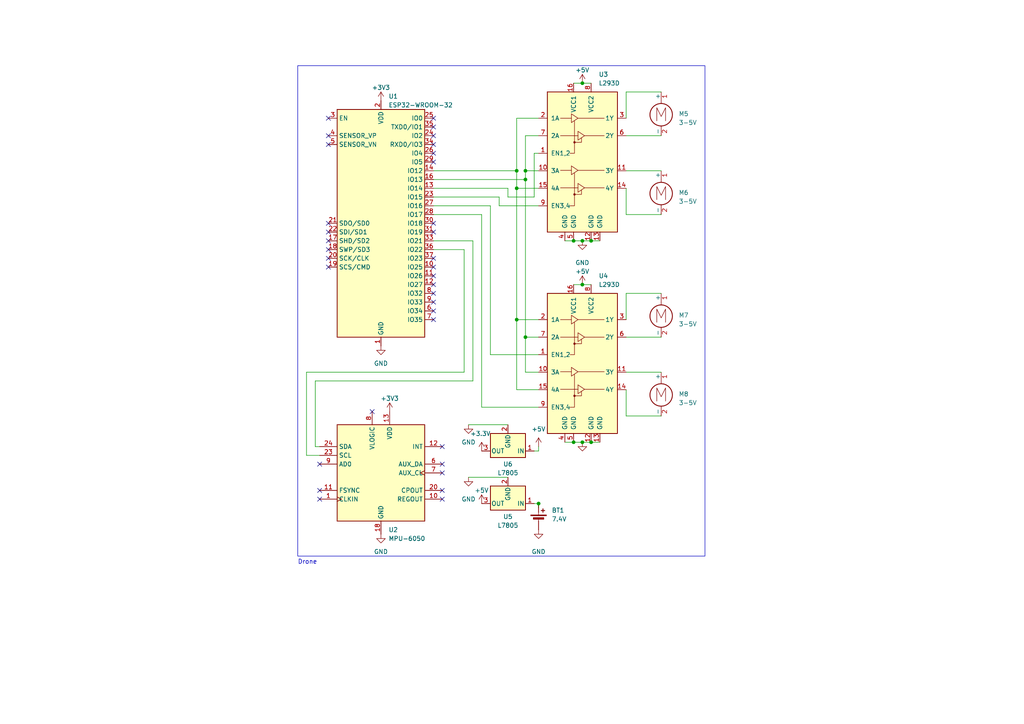
<source format=kicad_sch>
(kicad_sch (version 20230121) (generator eeschema)
  (paper "A4")
  (title_block (title "CheapCopter") (date "2023-10-20") (rev "0") (company "Filip Roček") (comment 1 "Initial drone and controller schematic"))
  (lib_symbols
    (symbol "Device:Battery_Cell" (pin_numbers hide) (pin_names (offset 0) hide)
      (property "Reference" "BT" (at 2.54 2.54 0))
      (property "Value" "Battery_Cell" (at 2.54 0 0))
      (symbol "Battery_Cell_0_1"
        (rectangle (start -2.286 1.778) (end 2.286 1.524) (fill (type outline)))
        (rectangle (start -1.524 1.016) (end 1.524 0.508) (fill (type outline)))
        (polyline (pts (xy 0 0.762) (xy 0 0)))
        (polyline (pts (xy 0 1.778) (xy 0 2.54)))
        (polyline (pts (xy 0.762 3.048) (xy 1.778 3.048)) (stroke (width 0.254)))
        (polyline (pts (xy 1.27 3.556) (xy 1.27 2.54)) (stroke (width 0.254)))
      )
      (symbol "Battery_Cell_1_1"
        (pin passive line (at 0 5.08 270) (length 2.54) (name "+") (number "1"))
        (pin passive line (at 0 -2.54 90) (length 2.54) (name "-") (number "2"))
      )
    )
    (symbol "Driver_Motor:L293D" (pin_names (offset 1.016))
      (property "Reference" "U" (at -5.08 26.035 0))
      (property "Value" "L293D" (at -5.08 24.13 0))
      (symbol "L293D_0_1"
        (rectangle (start -10.16 22.86) (end 10.16 -17.78) (stroke (width 0.254)) (fill (type background)))
        (circle (center -2.286 -6.858) (radius 0.254) (fill (type outline)))
        (circle (center -2.286 8.255) (radius 0.254) (fill (type outline)))
        (polyline (pts (xy -6.35 -4.953) (xy -1.27 -4.953)))
        (polyline (pts (xy -6.35 0.127) (xy -3.175 0.127)))
        (polyline (pts (xy -6.35 10.16) (xy -1.27 10.16)))
        (polyline (pts (xy -6.35 15.24) (xy -3.175 15.24)))
        (polyline (pts (xy -1.27 0.127) (xy 6.35 0.127)))
        (polyline (pts (xy -1.27 15.24) (xy 6.35 15.24)))
        (polyline (pts (xy 0.635 -4.953) (xy 6.35 -4.953)))
        (polyline (pts (xy 0.635 10.16) (xy 6.35 10.16)))
        (polyline (pts (xy -2.286 -6.858) (xy -0.254 -6.858) (xy -0.254 -5.588)))
        (polyline (pts (xy -2.286 -0.635) (xy -2.286 -10.16) (xy -3.556 -10.16)))
        (polyline (pts (xy -2.286 8.255) (xy -0.254 8.255) (xy -0.254 9.525)))
        (polyline (pts (xy -2.286 14.478) (xy -2.286 5.08) (xy -3.556 5.08)))
        (polyline (pts (xy -3.175 1.397) (xy -3.175 -1.143) (xy -1.27 0.127) (xy -3.175 1.397)))
        (polyline (pts (xy -3.175 16.51) (xy -3.175 13.97) (xy -1.27 15.24) (xy -3.175 16.51)))
        (polyline (pts (xy -1.27 -3.683) (xy -1.27 -6.223) (xy 0.635 -4.953) (xy -1.27 -3.683)))
        (polyline (pts (xy -1.27 11.43) (xy -1.27 8.89) (xy 0.635 10.16) (xy -1.27 11.43)))
      )
      (symbol "L293D_1_1"
        (pin input line (at -12.7 5.08 0) (length 2.54) (name "EN1,2") (number "1"))
        (pin input line (at -12.7 0 0) (length 2.54) (name "3A") (number "10"))
        (pin output line (at 12.7 0 180) (length 2.54) (name "3Y") (number "11"))
        (pin power_out line (at 2.54 -20.32 90) (length 2.54) (name "GND") (number "12"))
        (pin power_out line (at 5.08 -20.32 90) (length 2.54) (name "GND") (number "13"))
        (pin output line (at 12.7 -5.08 180) (length 2.54) (name "4Y") (number "14"))
        (pin input line (at -12.7 -5.08 0) (length 2.54) (name "4A") (number "15"))
        (pin power_in line (at -2.54 25.4 270) (length 2.54) (name "VCC1") (number "16"))
        (pin input line (at -12.7 15.24 0) (length 2.54) (name "1A") (number "2"))
        (pin output line (at 12.7 15.24 180) (length 2.54) (name "1Y") (number "3"))
        (pin power_out line (at -5.08 -20.32 90) (length 2.54) (name "GND") (number "4"))
        (pin power_out line (at -2.54 -20.32 90) (length 2.54) (name "GND") (number "5"))
        (pin output line (at 12.7 10.16 180) (length 2.54) (name "2Y") (number "6"))
        (pin input line (at -12.7 10.16 0) (length 2.54) (name "2A") (number "7"))
        (pin power_in line (at 2.54 25.4 270) (length 2.54) (name "VCC2") (number "8"))
        (pin input line (at -12.7 -10.16 0) (length 2.54) (name "EN3,4") (number "9"))
      )
    )
    (symbol "L293D_1" (pin_names (offset 1.016))
      (property "Reference" "U" (at -5.08 26.035 0))
      (property "Value" "L293D" (at -5.08 24.13 0))
      (symbol "L293D_1_0_1"
        (rectangle (start -10.16 22.86) (end 10.16 -17.78) (stroke (width 0.254)) (fill (type background)))
        (circle (center -2.286 -6.858) (radius 0.254) (fill (type outline)))
        (circle (center -2.286 8.255) (radius 0.254) (fill (type outline)))
        (polyline (pts (xy -6.35 -4.953) (xy -1.27 -4.953)))
        (polyline (pts (xy -6.35 0.127) (xy -3.175 0.127)))
        (polyline (pts (xy -6.35 10.16) (xy -1.27 10.16)))
        (polyline (pts (xy -6.35 15.24) (xy -3.175 15.24)))
        (polyline (pts (xy -1.27 0.127) (xy 6.35 0.127)))
        (polyline (pts (xy -1.27 15.24) (xy 6.35 15.24)))
        (polyline (pts (xy 0.635 -4.953) (xy 6.35 -4.953)))
        (polyline (pts (xy 0.635 10.16) (xy 6.35 10.16)))
        (polyline (pts (xy -2.286 -6.858) (xy -0.254 -6.858) (xy -0.254 -5.588)))
        (polyline (pts (xy -2.286 -0.635) (xy -2.286 -10.16) (xy -3.556 -10.16)))
        (polyline (pts (xy -2.286 8.255) (xy -0.254 8.255) (xy -0.254 9.525)))
        (polyline (pts (xy -2.286 14.478) (xy -2.286 5.08) (xy -3.556 5.08)))
        (polyline (pts (xy -3.175 1.397) (xy -3.175 -1.143) (xy -1.27 0.127) (xy -3.175 1.397)))
        (polyline (pts (xy -3.175 16.51) (xy -3.175 13.97) (xy -1.27 15.24) (xy -3.175 16.51)))
        (polyline (pts (xy -1.27 -3.683) (xy -1.27 -6.223) (xy 0.635 -4.953) (xy -1.27 -3.683)))
        (polyline (pts (xy -1.27 11.43) (xy -1.27 8.89) (xy 0.635 10.16) (xy -1.27 11.43)))
      )
      (symbol "L293D_1_1_1"
        (pin input line (at -12.7 5.08 0) (length 2.54) (name "EN1,2") (number "1"))
        (pin input line (at -12.7 0 0) (length 2.54) (name "3A") (number "10"))
        (pin output line (at 12.7 0 180) (length 2.54) (name "3Y") (number "11"))
        (pin power_out line (at 2.54 -20.32 90) (length 2.54) (name "GND") (number "12"))
        (pin power_out line (at 5.08 -20.32 90) (length 2.54) (name "GND") (number "13"))
        (pin output line (at 12.7 -5.08 180) (length 2.54) (name "4Y") (number "14"))
        (pin input line (at -12.7 -5.08 0) (length 2.54) (name "4A") (number "15"))
        (pin power_in line (at -2.54 25.4 270) (length 2.54) (name "VCC1") (number "16"))
        (pin input line (at -12.7 15.24 0) (length 2.54) (name "1A") (number "2"))
        (pin output line (at 12.7 15.24 180) (length 2.54) (name "1Y") (number "3"))
        (pin power_out line (at -5.08 -20.32 90) (length 2.54) (name "GND") (number "4"))
        (pin power_out line (at -2.54 -20.32 90) (length 2.54) (name "GND") (number "5"))
        (pin output line (at 12.7 10.16 180) (length 2.54) (name "2Y") (number "6"))
        (pin input line (at -12.7 10.16 0) (length 2.54) (name "2A") (number "7"))
        (pin power_in line (at 2.54 25.4 270) (length 2.54) (name "VCC2") (number "8"))
        (pin input line (at -12.7 -10.16 0) (length 2.54) (name "EN3,4") (number "9"))
      )
    )
    (symbol "Motor:Motor_DC" (pin_names (offset 0))
      (property "Reference" "M" (at 2.54 2.54 0))
      (property "Value" "Motor_DC" (at 2.54 -5.08 0))
      (symbol "Motor_DC_0_0"
        (polyline (pts (xy -1.27 -3.302) (xy -1.27 0.508) (xy 0 -2.032) (xy 1.27 0.508) (xy 1.27 -3.302)))
      )
      (symbol "Motor_DC_0_1"
        (circle (center 0 -1.524) (radius 3.2512) (stroke (width 0.254)))
        (polyline (pts (xy 0 -7.62) (xy 0 -7.112)))
        (polyline (pts (xy 0 -4.7752) (xy 0 -5.1816)))
        (polyline (pts (xy 0 1.7272) (xy 0 2.0828)))
        (polyline (pts (xy 0 2.032) (xy 0 2.54)))
      )
      (symbol "Motor_DC_1_1"
        (pin passive line (at 0 5.08 270) (length 2.54) (name "+") (number "1"))
        (pin passive line (at 0 -7.62 90) (length 2.54) (name "-") (number "2"))
      )
    )
    (symbol "RF_Module:ESP32-WROOM-32"
      (property "Reference" "U" (at -12.7 34.29 0))
      (property "Value" "ESP32-WROOM-32" (at 1.27 34.29 0))
      (symbol "ESP32-WROOM-32_0_1"
        (rectangle (start -12.7 33.02) (end 12.7 -33.02) (stroke (width 0.254)) (fill (type background)))
      )
      (symbol "ESP32-WROOM-32_1_1"
        (pin power_in line (at 0 -35.56 90) (length 2.54) (name "GND") (number "1"))
        (pin bidirectional line (at 15.24 -12.7 180) (length 2.54) (name "IO25") (number "10"))
        (pin bidirectional line (at 15.24 -15.24 180) (length 2.54) (name "IO26") (number "11"))
        (pin bidirectional line (at 15.24 -17.78 180) (length 2.54) (name "IO27") (number "12"))
        (pin bidirectional line (at 15.24 10.16 180) (length 2.54) (name "IO14") (number "13"))
        (pin bidirectional line (at 15.24 15.24 180) (length 2.54) (name "IO12") (number "14"))
        (pin passive line (at 0 -35.56 90) (length 2.54) hide (name "GND") (number "15"))
        (pin bidirectional line (at 15.24 12.7 180) (length 2.54) (name "IO13") (number "16"))
        (pin bidirectional line (at -15.24 -5.08 0) (length 2.54) (name "SHD/SD2") (number "17"))
        (pin bidirectional line (at -15.24 -7.62 0) (length 2.54) (name "SWP/SD3") (number "18"))
        (pin bidirectional line (at -15.24 -12.7 0) (length 2.54) (name "SCS/CMD") (number "19"))
        (pin power_in line (at 0 35.56 270) (length 2.54) (name "VDD") (number "2"))
        (pin bidirectional line (at -15.24 -10.16 0) (length 2.54) (name "SCK/CLK") (number "20"))
        (pin bidirectional line (at -15.24 0 0) (length 2.54) (name "SDO/SD0") (number "21"))
        (pin bidirectional line (at -15.24 -2.54 0) (length 2.54) (name "SDI/SD1") (number "22"))
        (pin bidirectional line (at 15.24 7.62 180) (length 2.54) (name "IO15") (number "23"))
        (pin bidirectional line (at 15.24 25.4 180) (length 2.54) (name "IO2") (number "24"))
        (pin bidirectional line (at 15.24 30.48 180) (length 2.54) (name "IO0") (number "25"))
        (pin bidirectional line (at 15.24 20.32 180) (length 2.54) (name "IO4") (number "26"))
        (pin bidirectional line (at 15.24 5.08 180) (length 2.54) (name "IO16") (number "27"))
        (pin bidirectional line (at 15.24 2.54 180) (length 2.54) (name "IO17") (number "28"))
        (pin bidirectional line (at 15.24 17.78 180) (length 2.54) (name "IO5") (number "29"))
        (pin input line (at -15.24 30.48 0) (length 2.54) (name "EN") (number "3"))
        (pin bidirectional line (at 15.24 0 180) (length 2.54) (name "IO18") (number "30"))
        (pin bidirectional line (at 15.24 -2.54 180) (length 2.54) (name "IO19") (number "31"))
        (pin no_connect line (at -12.7 -27.94 0) (length 2.54) hide (name "NC") (number "32"))
        (pin bidirectional line (at 15.24 -5.08 180) (length 2.54) (name "IO21") (number "33"))
        (pin bidirectional line (at 15.24 22.86 180) (length 2.54) (name "RXD0/IO3") (number "34"))
        (pin bidirectional line (at 15.24 27.94 180) (length 2.54) (name "TXD0/IO1") (number "35"))
        (pin bidirectional line (at 15.24 -7.62 180) (length 2.54) (name "IO22") (number "36"))
        (pin bidirectional line (at 15.24 -10.16 180) (length 2.54) (name "IO23") (number "37"))
        (pin passive line (at 0 -35.56 90) (length 2.54) hide (name "GND") (number "38"))
        (pin passive line (at 0 -35.56 90) (length 2.54) hide (name "GND") (number "39"))
        (pin input line (at -15.24 25.4 0) (length 2.54) (name "SENSOR_VP") (number "4"))
        (pin input line (at -15.24 22.86 0) (length 2.54) (name "SENSOR_VN") (number "5"))
        (pin input line (at 15.24 -25.4 180) (length 2.54) (name "IO34") (number "6"))
        (pin input line (at 15.24 -27.94 180) (length 2.54) (name "IO35") (number "7"))
        (pin bidirectional line (at 15.24 -20.32 180) (length 2.54) (name "IO32") (number "8"))
        (pin bidirectional line (at 15.24 -22.86 180) (length 2.54) (name "IO33") (number "9"))
      )
    )
    (symbol "Regulator_Linear:L7805" (pin_names (offset 0.254))
      (property "Reference" "U" (at -3.81 3.175 0))
      (property "Value" "L7805" (at 0 3.175 0))
      (symbol "L7805_0_1"
        (rectangle (start -5.08 1.905) (end 5.08 -5.08) (stroke (width 0.254)) (fill (type background)))
      )
      (symbol "L7805_1_1"
        (pin power_in line (at -7.62 0 0) (length 2.54) (name "IN") (number "1"))
        (pin power_in line (at 0 -7.62 90) (length 2.54) (name "GND") (number "2"))
        (pin power_out line (at 7.62 0 180) (length 2.54) (name "OUT") (number "3"))
      )
    )
    (symbol "Sensor_Motion:MPU-6050"
      (property "Reference" "U" (at -11.43 13.97 0))
      (property "Value" "MPU-6050" (at 7.62 -15.24 0))
      (symbol "MPU-6050_0_0"
        (text "" (at 12.7 -2.54 0) (effects (font (size 1.27 1.27))))
      )
      (symbol "MPU-6050_0_1"
        (rectangle (start -12.7 13.97) (end 12.7 -13.97) (stroke (width 0.254)) (fill (type background)))
      )
      (symbol "MPU-6050_1_1"
        (pin input clock (at -17.78 -7.62 0) (length 5.08) (name "CLKIN") (number "1"))
        (pin passive line (at 17.78 -7.62 180) (length 5.08) (name "REGOUT") (number "10"))
        (pin input line (at -17.78 -5.08 0) (length 5.08) (name "FSYNC") (number "11"))
        (pin output line (at 17.78 7.62 180) (length 5.08) (name "INT") (number "12"))
        (pin power_in line (at 2.54 17.78 270) (length 3.81) (name "VDD") (number "13"))
        (pin no_connect line (at -12.7 -10.16 0) (length 2.54) hide (name "NC") (number "14"))
        (pin no_connect line (at 12.7 12.7 180) (length 2.54) hide (name "NC") (number "15"))
        (pin no_connect line (at 12.7 10.16 180) (length 2.54) hide (name "NC") (number "16"))
        (pin no_connect line (at 12.7 5.08 180) (length 2.54) hide (name "NC") (number "17"))
        (pin power_out line (at 0 -17.78 90) (length 3.81) (name "GND") (number "18"))
        (pin no_connect line (at 12.7 -10.16 180) (length 2.54) hide (name "RESV") (number "19"))
        (pin no_connect line (at -12.7 12.7 0) (length 2.54) hide (name "NC") (number "2"))
        (pin passive line (at 17.78 -5.08 180) (length 5.08) (name "CPOUT") (number "20"))
        (pin no_connect line (at 12.7 -2.54 180) (length 2.54) hide (name "RESV") (number "21"))
        (pin no_connect line (at 12.7 -12.7 180) (length 2.54) hide (name "RESV") (number "22"))
        (pin input line (at -17.78 5.08 0) (length 5.08) (name "SCL") (number "23"))
        (pin bidirectional line (at -17.78 7.62 0) (length 5.08) (name "SDA") (number "24"))
        (pin no_connect line (at -12.7 10.16 0) (length 2.54) hide (name "NC") (number "3"))
        (pin no_connect line (at -12.7 0 0) (length 2.54) hide (name "NC") (number "4"))
        (pin no_connect line (at -12.7 -2.54 0) (length 2.54) hide (name "NC") (number "5"))
        (pin bidirectional line (at 17.78 2.54 180) (length 5.08) (name "AUX_DA") (number "6"))
        (pin output clock (at 17.78 0 180) (length 5.08) (name "AUX_CL") (number "7"))
        (pin power_in line (at -2.54 17.78 270) (length 3.81) (name "VLOGIC") (number "8"))
        (pin input line (at -17.78 2.54 0) (length 5.08) (name "AD0") (number "9"))
      )
    )
    (symbol "power:+3.3V" (power) (pin_names (offset 0))
      (property "Value" "+3.3V" (at 0 3.556 0))
      (symbol "+3.3V_0_1"
        (polyline (pts (xy -0.762 1.27) (xy 0 2.54)))
        (polyline (pts (xy 0 0) (xy 0 2.54)))
        (polyline (pts (xy 0 2.54) (xy 0.762 1.27)))
      )
      (symbol "+3.3V_1_1"
        (pin power_in line (at 0 0 90) (length 0) hide (name "+3.3V") (number "1"))
      )
    )
    (symbol "power:+3V3" (power) (pin_names (offset 0))
      (property "Value" "+3V3" (at 0 3.556 0))
      (symbol "+3V3_0_1"
        (polyline (pts (xy -0.762 1.27) (xy 0 2.54)))
        (polyline (pts (xy 0 0) (xy 0 2.54)))
        (polyline (pts (xy 0 2.54) (xy 0.762 1.27)))
      )
      (symbol "+3V3_1_1"
        (pin power_in line (at 0 0 90) (length 0) hide (name "+3V3") (number "1"))
      )
    )
    (symbol "power:+5V" (power) (pin_names (offset 0))
      (property "Value" "+5V" (at 0 3.556 0))
      (symbol "+5V_0_1"
        (polyline (pts (xy -0.762 1.27) (xy 0 2.54)))
        (polyline (pts (xy 0 0) (xy 0 2.54)))
        (polyline (pts (xy 0 2.54) (xy 0.762 1.27)))
      )
      (symbol "+5V_1_1"
        (pin power_in line (at 0 0 90) (length 0) hide (name "+5V") (number "1"))
      )
    )
    (symbol "power:GND" (power) (pin_names (offset 0))
      (property "Value" "GND" (at 0 -3.81 0))
      (symbol "GND_0_1"
        (polyline (pts (xy 0 0) (xy 0 -1.27) (xy 1.27 -1.27) (xy 0 -2.54) (xy -1.27 -1.27) (xy 0 -1.27)))
      )
      (symbol "GND_1_1"
        (pin power_in line (at 0 0 270) (length 0) hide (name "GND") (number "1"))
      )
    )
  )
  (junction (at 171.45 69.85))
  (junction (at 149.86 92.71))
  (junction (at 166.37 69.85))
  (junction (at 166.37 128.27))
  (junction (at 149.86 54.61))
  (junction (at 168.91 24.13))
  (junction (at 152.4 49.53))
  (junction (at 152.4 97.79))
  (junction (at 152.4 52.07))
  (junction (at 171.45 128.27))
  (junction (at 168.91 69.85))
  (junction (at 156.21 146.05))
  (junction (at 149.86 49.53))
  (junction (at 168.91 128.27))
  (junction (at 168.91 82.55))
  (no_connect (at 125.73 92.71))
  (no_connect (at 128.27 129.54))
  (no_connect (at 125.73 44.45))
  (no_connect (at 95.25 41.91))
  (no_connect (at 95.25 74.93))
  (no_connect (at 95.25 34.29))
  (no_connect (at 95.25 72.39))
  (no_connect (at 125.73 77.47))
  (no_connect (at 125.73 67.31))
  (no_connect (at 125.73 46.99))
  (no_connect (at 95.25 64.77))
  (no_connect (at 125.73 80.01))
  (no_connect (at 92.71 144.78))
  (no_connect (at 95.25 39.37))
  (no_connect (at 125.73 82.55))
  (no_connect (at 125.73 74.93))
  (no_connect (at 125.73 87.63))
  (no_connect (at 95.25 77.47))
  (no_connect (at 125.73 64.77))
  (no_connect (at 128.27 144.78))
  (no_connect (at 125.73 41.91))
  (no_connect (at 107.95 119.38))
  (no_connect (at 95.25 67.31))
  (no_connect (at 125.73 36.83))
  (no_connect (at 125.73 90.17))
  (no_connect (at 92.71 134.62))
  (no_connect (at 125.73 39.37))
  (no_connect (at 128.27 137.16))
  (no_connect (at 125.73 85.09))
  (no_connect (at 125.73 34.29))
  (no_connect (at 95.25 69.85))
  (no_connect (at 92.71 142.24))
  (no_connect (at 128.27 142.24))
  (no_connect (at 128.27 134.62))
  (wire (pts (xy 149.86 34.29) (xy 156.21 34.29)))
  (wire (pts (xy 181.61 97.79) (xy 191.77 97.79)))
  (wire (pts (xy 125.73 52.07) (xy 152.4 52.07)))
  (wire (pts (xy 149.86 49.53) (xy 149.86 54.61)))
  (wire (pts (xy 163.83 128.27) (xy 166.37 128.27)))
  (wire (pts (xy 149.86 54.61) (xy 156.21 54.61)))
  (wire (pts (xy 166.37 69.85) (xy 168.91 69.85)))
  (wire (pts (xy 166.37 128.27) (xy 168.91 128.27)))
  (wire (pts (xy 154.94 44.45) (xy 156.21 44.45)))
  (wire (pts (xy 181.61 107.95) (xy 191.77 107.95)))
  (wire (pts (xy 152.4 107.95) (xy 156.21 107.95)))
  (wire (pts (xy 149.86 49.53) (xy 149.86 34.29)))
  (wire (pts (xy 144.78 59.69) (xy 156.21 59.69)))
  (wire (pts (xy 152.4 39.37) (xy 156.21 39.37)))
  (wire (pts (xy 181.61 120.65) (xy 191.77 120.65)))
  (wire (pts (xy 91.44 129.54) (xy 92.71 129.54)))
  (wire (pts (xy 152.4 52.07) (xy 152.4 97.79)))
  (wire (pts (xy 144.78 57.15) (xy 144.78 59.69)))
  (wire (pts (xy 181.61 92.71) (xy 181.61 85.09)))
  (wire (pts (xy 142.24 59.69) (xy 142.24 102.87)))
  (wire (pts (xy 181.61 85.09) (xy 191.77 85.09)))
  (wire (pts (xy 88.9 132.08) (xy 92.71 132.08)))
  (wire (pts (xy 181.61 39.37) (xy 191.77 39.37)))
  (wire (pts (xy 171.45 69.85) (xy 173.99 69.85)))
  (wire (pts (xy 152.4 49.53) (xy 156.21 49.53)))
  (wire (pts (xy 156.21 130.81) (xy 154.94 130.81)))
  (wire (pts (xy 88.9 107.95) (xy 88.9 132.08)))
  (wire (pts (xy 125.73 69.85) (xy 137.16 69.85)))
  (wire (pts (xy 152.4 52.07) (xy 152.4 49.53)))
  (wire (pts (xy 152.4 97.79) (xy 156.21 97.79)))
  (wire (pts (xy 181.61 26.67) (xy 191.77 26.67)))
  (wire (pts (xy 152.4 97.79) (xy 152.4 107.95)))
  (wire (pts (xy 125.73 72.39) (xy 134.62 72.39)))
  (wire (pts (xy 168.91 128.27) (xy 171.45 128.27)))
  (wire (pts (xy 134.62 107.95) (xy 88.9 107.95)))
  (wire (pts (xy 181.61 34.29) (xy 181.61 26.67)))
  (wire (pts (xy 152.4 49.53) (xy 152.4 39.37)))
  (wire (pts (xy 156.21 147.32) (xy 156.21 146.05)))
  (wire (pts (xy 134.62 72.39) (xy 134.62 107.95)))
  (wire (pts (xy 171.45 128.27) (xy 173.99 128.27)))
  (wire (pts (xy 156.21 129.54) (xy 156.21 130.81)))
  (wire (pts (xy 166.37 24.13) (xy 168.91 24.13)))
  (wire (pts (xy 137.16 110.49) (xy 91.44 110.49)))
  (wire (pts (xy 168.91 82.55) (xy 171.45 82.55)))
  (wire (pts (xy 142.24 102.87) (xy 156.21 102.87)))
  (wire (pts (xy 147.32 57.15) (xy 154.94 57.15)))
  (wire (pts (xy 147.32 54.61) (xy 147.32 57.15)))
  (wire (pts (xy 91.44 110.49) (xy 91.44 129.54)))
  (wire (pts (xy 168.91 69.85) (xy 171.45 69.85)))
  (wire (pts (xy 139.7 118.11) (xy 139.7 62.23)))
  (wire (pts (xy 154.94 146.05) (xy 156.21 146.05)))
  (wire (pts (xy 149.86 54.61) (xy 149.86 92.71)))
  (wire (pts (xy 181.61 113.03) (xy 181.61 120.65)))
  (wire (pts (xy 139.7 62.23) (xy 125.73 62.23)))
  (wire (pts (xy 137.16 69.85) (xy 137.16 110.49)))
  (wire (pts (xy 125.73 59.69) (xy 142.24 59.69)))
  (wire (pts (xy 135.89 123.19) (xy 147.32 123.19)))
  (wire (pts (xy 181.61 49.53) (xy 191.77 49.53)))
  (wire (pts (xy 181.61 54.61) (xy 181.61 62.23)))
  (wire (pts (xy 135.89 138.43) (xy 147.32 138.43)))
  (wire (pts (xy 149.86 92.71) (xy 149.86 113.03)))
  (wire (pts (xy 154.94 57.15) (xy 154.94 44.45)))
  (wire (pts (xy 125.73 49.53) (xy 149.86 49.53)))
  (wire (pts (xy 168.91 24.13) (xy 171.45 24.13)))
  (wire (pts (xy 156.21 92.71) (xy 149.86 92.71)))
  (wire (pts (xy 163.83 69.85) (xy 166.37 69.85)))
  (wire (pts (xy 125.73 54.61) (xy 147.32 54.61)))
  (wire (pts (xy 125.73 57.15) (xy 144.78 57.15)))
  (wire (pts (xy 149.86 113.03) (xy 156.21 113.03)))
  (wire (pts (xy 181.61 62.23) (xy 191.77 62.23)))
  (wire (pts (xy 166.37 82.55) (xy 168.91 82.55)))
  (wire (pts (xy 156.21 118.11) (xy 139.7 118.11)))
  (rectangle (start 86.36 19.05) (end 204.47 161.29))
  (text "Drone" (at 86.36 163.83 0) (effects (font (size 1.27 1.27)) (justify left bottom)))
  (symbol (lib_id "power:GND") (at 135.89 138.43 0) (unit 1)
    (property "Reference" "#PWR025" (effects hide))
    (property "Value" "GND" (at 135.89 144.78 0))
  )
  (symbol (lib_id "power:+3.3V") (at 139.7 130.81 0) (unit 1)
    (property "Reference" "#PWR023" (effects hide))
    (property "Value" "+3.3V" (at 139.3371 125.7684 0))
  )
  (symbol (lib_id "power:GND") (at 168.91 69.85 0) (unit 1)
    (property "Reference" "#PWR020" (effects hide))
    (property "Value" "GND" (at 168.91 76.2 0))
  )
  (symbol (lib_id "Regulator_Linear:L7805") (at 147.32 130.81 180) (unit 1)
    (property "Reference" "U6" (at 147.32 134.62 0))
    (property "Value" "L7805" (at 147.32 137.16 0))
    (property "Footprint" "Transformer_THT:TO255P1020X450X2000-3" (effects hide))
    (property "Datasheet" "http://www.st.com/content/ccc/resource/technical/document/datasheet/41/4f/b3/b0/12/d4/47/88/CD00000444.pdf/files/CD00000444.pdf/jcr:content/translations/en.CD00000444.pdf" (effects hide))
  )
  (symbol (lib_id "Device:Battery_Cell") (at 156.21 151.13 0) (unit 1)
    (property "Reference" "BT1" (at 160.02 148.0185 0) (effects (justify left)))
    (property "Value" "7.4V" (at 160.02 150.5585 0) (effects (justify left)))
    (property "Footprint" "Battery:BatteryHolder_Keystone_103_1x20mm" (effects hide))
  )
  (symbol (lib_id "Sensor_Motion:MPU-6050") (at 110.49 137.16 0) (unit 1)
    (property "Reference" "U2" (at 112.6841 153.67 0) (effects (justify left)))
    (property "Value" "MPU-6050" (at 112.6841 156.21 0) (effects (justify left)))
    (property "Footprint" "Sensor_Motion:InvenSense_QFN-24_4x4mm_P0.5mm" (effects hide))
    (property "Datasheet" "https://invensense.tdk.com/wp-content/uploads/2015/02/MPU-6000-Datasheet1.pdf" (effects hide))
  )
  (symbol (lib_id "power:+5V") (at 139.7 146.05 0) (unit 1)
    (property "Reference" "#PWR024" (effects hide))
    (property "Value" "+5V" (at 139.7 142.24 0))
  )
  (symbol (lib_id "Motor:Motor_DC") (at 191.77 54.61 0) (unit 1)
    (property "Reference" "M6" (at 196.85 55.88 0) (effects (justify left)))
    (property "Value" "3-5V" (at 196.85 58.42 0) (effects (justify left)))
    (property "Footprint" "Connector_JST:JST_XH_B2B-XH-A_1x02_P2.50mm_Vertical" (effects hide))
  )
  (symbol (lib_id "Motor:Motor_DC") (at 191.77 31.75 0) (unit 1)
    (property "Reference" "M5" (at 196.85 33.02 0) (effects (justify left)))
    (property "Value" "3-5V" (at 196.85 35.56 0) (effects (justify left)))
    (property "Footprint" "Connector_JST:JST_XH_B2B-XH-A_1x02_P2.50mm_Vertical" (effects hide))
  )
  (symbol (lib_id "RF_Module:ESP32-WROOM-32") (at 110.49 64.77 0) (unit 1)
    (property "Reference" "U1" (at 112.6841 27.94 0) (effects (justify left)))
    (property "Value" "ESP32-WROOM-32" (at 112.6841 30.48 0) (effects (justify left)))
    (property "Footprint" "RF_Module:ESP32-WROOM-32" (effects hide))
    (property "Datasheet" "https://www.espressif.com/sites/default/files/documentation/esp32-wroom-32_datasheet_en.pdf" (effects hide))
  )
  (symbol (lib_id "power:+5V") (at 168.91 82.55 0) (unit 1)
    (property "Reference" "#PWR018" (effects hide))
    (property "Value" "+5V" (at 168.91 78.74 0))
  )
  (symbol (lib_id "power:GND") (at 168.91 128.27 0) (unit 1)
    (property "Reference" "#PWR019" (effects hide))
    (property "Value" "GND" (effects hide))
  )
  (symbol (lib_id "power:GND") (at 110.49 154.94 0) (unit 1)
    (property "Reference" "#PWR01" (effects hide))
    (property "Value" "GND" (at 110.49 160.02 0))
  )
  (symbol (lib_id "power:+5V") (at 168.91 24.13 0) (unit 1)
    (property "Reference" "#PWR016" (effects hide))
    (property "Value" "+5V" (at 168.91 20.32 0))
  )
  (symbol (lib_id "Motor:Motor_DC") (at 191.77 90.17 0) (unit 1)
    (property "Reference" "M7" (at 196.85 91.44 0) (effects (justify left)))
    (property "Value" "3-5V" (at 196.85 93.98 0) (effects (justify left)))
    (property "Footprint" "Connector_JST:JST_XH_B2B-XH-A_1x02_P2.50mm_Vertical" (effects hide))
  )
  (symbol (lib_id "power:GND") (at 156.21 153.67 0) (unit 1)
    (property "Reference" "#PWR021" (effects hide))
    (property "Value" "GND" (at 156.21 160.02 0))
  )
  (symbol (lib_id "Driver_Motor:L293D") (at 168.91 107.95 0) (unit 1)
    (property "Reference" "U4" (at 173.6441 80.01 0) (effects (justify left)))
    (property "Value" "L293D" (at 173.6441 82.55 0) (effects (justify left)))
    (property "Footprint" "Package_DIP:DIP-16_W7.62mm" (effects hide))
    (property "Datasheet" "http://www.ti.com/lit/ds/symlink/l293.pdf" (effects hide))
  )
  (symbol (lib_id "power:GND") (at 135.89 123.19 0) (unit 1)
    (property "Reference" "#PWR026" (effects hide))
    (property "Value" "GND" (at 135.89 128.27 0))
  )
  (symbol (lib_id "power:+3V3") (at 110.49 29.21 0) (unit 1)
    (property "Reference" "#PWR017" (effects hide))
    (property "Value" "+3V3" (at 110.49 25.4 0))
  )
  (symbol (lib_id "Regulator_Linear:L7805") (at 147.32 146.05 180) (unit 1)
    (property "Reference" "U5" (at 147.32 149.86 0))
    (property "Value" "L7805" (at 147.32 152.4 0))
    (property "Footprint" "Transformer_THT:TO255P1020X450X2000-3" (effects hide))
    (property "Datasheet" "http://www.st.com/content/ccc/resource/technical/document/datasheet/41/4f/b3/b0/12/d4/47/88/CD00000444.pdf/files/CD00000444.pdf/jcr:content/translations/en.CD00000444.pdf" (effects hide))
  )
  (symbol (lib_id "power:+5V") (at 156.21 129.54 0) (unit 1)
    (property "Reference" "#PWR022" (effects hide))
    (property "Value" "+5V" (at 156.21 124.46 0))
  )
  (symbol (lib_id "power:GND") (at 110.49 100.33 0) (unit 1)
    (property "Reference" "#PWR03" (effects hide))
    (property "Value" "GND" (at 110.49 105.41 0))
  )
  (symbol (lib_id "power:+3V3") (at 113.03 119.38 0) (unit 1)
    (property "Reference" "#PWR02" (effects hide))
    (property "Value" "+3V3" (at 113.03 115.57 0))
  )
  (symbol (lib_name "L293D_1") (lib_id "Driver_Motor:L293D") (at 168.91 49.53 0) (unit 1)
    (property "Reference" "U3" (at 173.6441 21.59 0) (effects (justify left)))
    (property "Value" "L293D" (at 173.6441 24.13 0) (effects (justify left)))
    (property "Footprint" "Package_DIP:DIP-16_W7.62mm" (effects hide))
    (property "Datasheet" "http://www.ti.com/lit/ds/symlink/l293.pdf" (effects hide))
  )
  (symbol (lib_id "Motor:Motor_DC") (at 191.77 113.03 0) (unit 1)
    (property "Reference" "M8" (at 196.85 114.3 0) (effects (justify left)))
    (property "Value" "3-5V" (at 196.85 116.84 0) (effects (justify left)))
    (property "Footprint" "Connector_JST:JST_XH_B2B-XH-A_1x02_P2.50mm_Vertical" (effects hide))
  )
)
</source>
